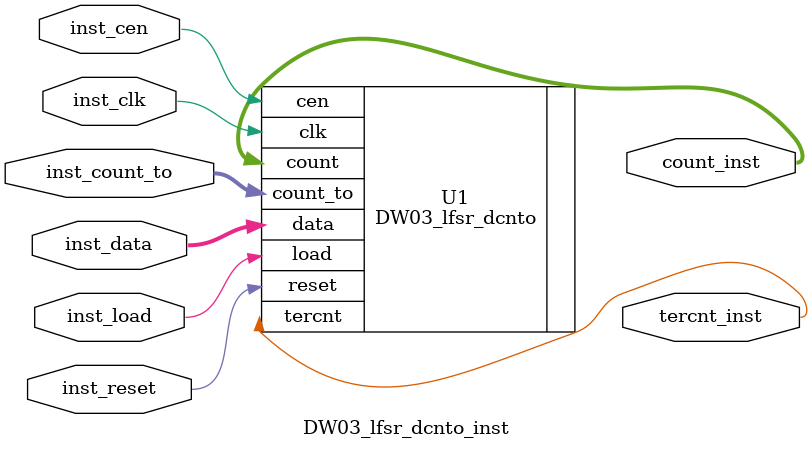
<source format=v>
module DW03_lfsr_dcnto_inst( inst_data, inst_count_to, 
                             inst_load, inst_cen, inst_clk, 
                             inst_reset, count_inst, tercnt_inst );

  parameter width = 8;

  input [width-1 : 0] inst_data;
  input [width-1 : 0] inst_count_to;
  input inst_load;
  input inst_cen;
  input inst_clk;
  input inst_reset;
  output [width-1 : 0] count_inst;
  output tercnt_inst;

  // Instance of DW03_lfsr_dcnto
  DW03_lfsr_dcnto #(width)
    U1 ( .data(inst_data), .count_to(inst_count_to), 
         .load(inst_load), .cen(inst_cen), .clk(inst_clk), 
         .reset(inst_reset), .count(count_inst), .tercnt(tercnt_inst) );

endmodule

</source>
